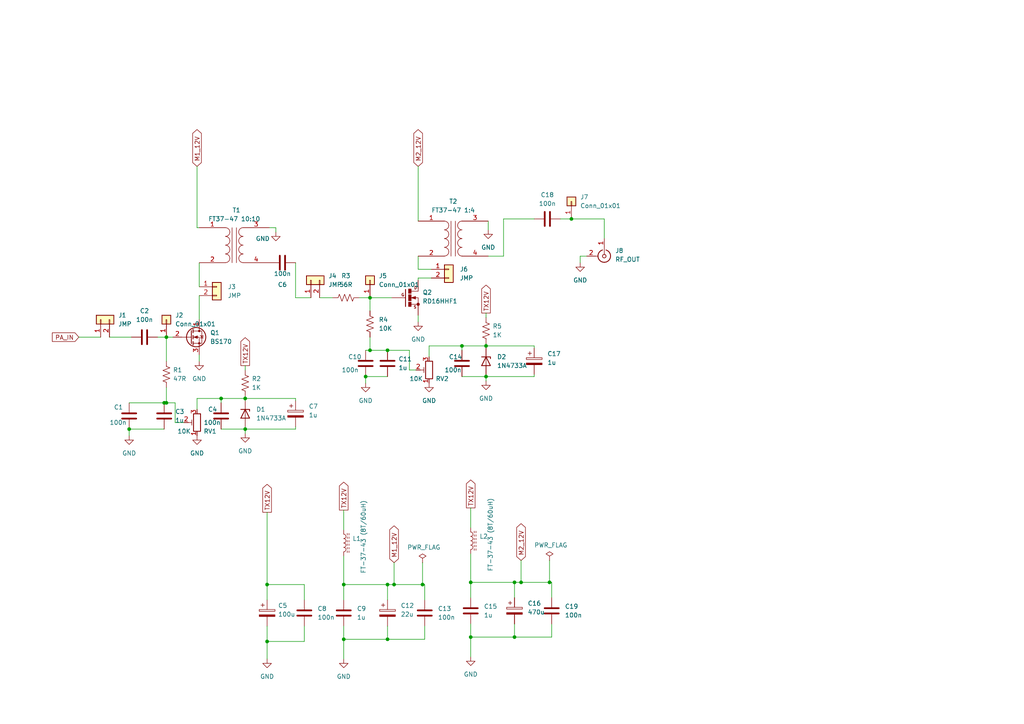
<source format=kicad_sch>
(kicad_sch (version 20211123) (generator eeschema)
  (paper "A4")
  (lib_symbols
    (symbol "Connector:Conn_Coaxial" (pin_names (offset 1.016) hide)
      (property "Reference" "J" (at 0.254 3.048 0))
      (property "Value" "Conn_Coaxial" (at 2.921 0 90))
      (symbol "Conn_Coaxial_0_1"
        (arc (start -1.778 -0.508) (mid 0.2311 -1.8066) (end 1.778 0) (stroke (width 0.254)))
        (polyline (pts (xy -2.54 0) (xy -0.508 0)))
        (polyline (pts (xy 0 -2.54) (xy 0 -1.778)))
        (circle (center 0 0) (radius 0.508) (stroke (width 0.2032)))
        (arc (start 1.778 0) (mid 0.2099 1.8101) (end -1.778 0.508) (stroke (width 0.254)))
      )
      (symbol "Conn_Coaxial_1_1"
        (pin passive line (at -5.08 0 0) (length 2.54) (name "In") (number "1"))
        (pin passive line (at 0 -5.08 90) (length 2.54) (name "Ext") (number "2"))
      )
    )
    (symbol "Connector_Generic:Conn_01x01" (pin_names (offset 1.016) hide)
      (property "Reference" "J" (at 0 2.54 0))
      (property "Value" "Conn_01x01" (at 0 -2.54 0))
      (symbol "Conn_01x01_1_1"
        (rectangle (start -1.27 0.127) (end 0 -0.127) (stroke (width 0.1524)))
        (rectangle (start -1.27 1.27) (end 1.27 -1.27) (stroke (width 0.254)) (fill (type background)))
        (pin passive line (at -5.08 0 0) (length 3.81) (name "Pin_1") (number "1"))
      )
    )
    (symbol "Connector_Generic:Conn_01x02" (pin_names (offset 1.016) hide)
      (property "Reference" "J" (at 0 2.54 0))
      (property "Value" "Conn_01x02" (at 0 -5.08 0))
      (symbol "Conn_01x02_1_1"
        (rectangle (start -1.27 -2.413) (end 0 -2.667) (stroke (width 0.1524)))
        (rectangle (start -1.27 0.127) (end 0 -0.127) (stroke (width 0.1524)))
        (rectangle (start -1.27 1.27) (end 1.27 -3.81) (stroke (width 0.254)) (fill (type background)))
        (pin passive line (at -5.08 0 0) (length 3.81) (name "Pin_1") (number "1"))
        (pin passive line (at -5.08 -2.54 0) (length 3.81) (name "Pin_2") (number "2"))
      )
    )
    (symbol "Custom_RF:Generic Transfomer" (pin_names (offset 1.016) hide)
      (property "Reference" "T" (at 0 6.35 0))
      (property "Value" "Generic Transfomer" (at 0 -7.62 0))
      (symbol "Generic Transfomer_0_1"
        (arc (start -2.54 -5.0546) (mid -1.6599 -4.6901) (end -1.27 -3.81))
        (arc (start -2.54 -2.5146) (mid -1.6599 -2.1501) (end -1.27 -1.27))
        (arc (start -2.54 0.0254) (mid -1.6599 0.3899) (end -1.27 1.27))
        (arc (start -2.54 2.5654) (mid -1.6599 2.9299) (end -1.27 3.81))
        (arc (start -1.27 -3.81) (mid -1.642 -2.912) (end -2.54 -2.54))
        (arc (start -1.27 -1.27) (mid -1.642 -0.372) (end -2.54 0))
        (arc (start -1.27 1.27) (mid -1.642 2.168) (end -2.54 2.54))
        (arc (start -1.27 3.81) (mid -1.642 4.708) (end -2.54 5.08))
        (polyline (pts (xy -0.635 5.08) (xy -0.635 -5.08)))
        (polyline (pts (xy 0.635 -5.08) (xy 0.635 5.08)))
        (arc (start 1.2954 -1.27) (mid 1.6599 -2.1501) (end 2.54 -2.5146))
        (arc (start 1.2954 1.27) (mid 1.6599 0.3899) (end 2.54 0.0254))
        (arc (start 1.2954 3.81) (mid 1.6599 2.9299) (end 2.54 2.5654))
        (arc (start 1.3208 -3.81) (mid 1.6853 -4.6901) (end 2.5654 -5.0546))
        (arc (start 2.54 0) (mid 1.642 -0.372) (end 1.2954 -1.27))
        (arc (start 2.54 2.54) (mid 1.642 2.168) (end 1.2954 1.27))
        (arc (start 2.54 5.08) (mid 1.642 4.708) (end 1.2954 3.81))
        (arc (start 2.5654 -2.54) (mid 1.6674 -2.912) (end 1.3208 -3.81))
      )
      (symbol "Generic Transfomer_1_1"
        (pin passive line (at -10.16 5.08 0) (length 7.62) (name "AA") (number "1"))
        (pin passive line (at -10.16 -5.08 0) (length 7.62) (name "AB") (number "2"))
        (pin passive line (at 10.16 5.08 180) (length 7.62) (name "SB") (number "3"))
        (pin passive line (at 10.16 -5.08 180) (length 7.62) (name "SA") (number "4"))
      )
    )
    (symbol "Custom_RF:RD16HHF1" (pin_numbers hide) (pin_names (offset 1.016) hide)
      (property "Reference" "Q" (at 3.302 0.508 0))
      (property "Value" "RD16HHF1" (at 3.302 -0.508 0))
      (symbol "RD16HHF1_0_0"
        (rectangle (start -0.254 -2.54) (end 0.508 -1.27) (fill (type outline)))
        (rectangle (start -0.254 -0.889) (end 0.508 0.889) (fill (type outline)))
        (rectangle (start -0.254 1.27) (end 0.508 2.54) (fill (type outline)))
        (polyline (pts (xy -1.1176 0) (xy -2.54 0)) (stroke (width 0.1524)))
        (polyline (pts (xy -1.1176 0) (xy -1.1176 -2.54)) (stroke (width 0.254)))
        (polyline (pts (xy -1.1176 2.413) (xy -1.1176 0)) (stroke (width 0.254)))
        (polyline (pts (xy 0.508 -1.905) (xy 2.54 -1.905)) (stroke (width 0.1524)))
        (polyline (pts (xy 0.508 0) (xy 1.143 0)) (stroke (width 0.1524)))
        (polyline (pts (xy 0.508 0) (xy 1.778 0.381)) (stroke (width 0.1524)))
        (polyline (pts (xy 1.143 0) (xy 1.651 -0.127)) (stroke (width 0.3048)))
        (polyline (pts (xy 1.143 0) (xy 2.54 0)) (stroke (width 0.1524)))
        (polyline (pts (xy 1.651 0.127) (xy 1.143 0)) (stroke (width 0.3048)))
        (polyline (pts (xy 1.778 -0.381) (xy 0.508 0)) (stroke (width 0.1524)))
        (polyline (pts (xy 1.778 0.381) (xy 1.778 -0.381)) (stroke (width 0.1524)))
        (polyline (pts (xy 2.54 -1.905) (xy 2.54 -2.54)) (stroke (width 0.1524)))
        (polyline (pts (xy 2.54 0) (xy 2.54 -1.905)) (stroke (width 0.1524)))
        (polyline (pts (xy 2.54 1.905) (xy 0.5334 1.905)) (stroke (width 0.1524)))
        (polyline (pts (xy 2.54 2.54) (xy 2.54 1.905)) (stroke (width 0.1524)))
        (circle (center 2.54 -1.905) (radius 0.254) (stroke (width 0.4064)))
        (text "D" (at 1.27 2.413 0) (effects (font (size 0.8128 0.8128)) (justify left bottom)))
        (text "G" (at -2.413 0.381 0) (effects (font (size 0.8128 0.8128)) (justify left bottom)))
        (text "S" (at 1.143 -3.175 0) (effects (font (size 0.8128 0.8128)) (justify left bottom)))
        (pin passive line (at -5.08 0 0) (length 2.54) (name "~") (number "1"))
        (pin passive line (at 2.54 -5.08 90) (length 2.54) (name "~") (number "2"))
        (pin passive line (at 2.54 5.08 270) (length 2.54) (name "~") (number "3"))
      )
    )
    (symbol "Device:C" (pin_numbers hide) (pin_names (offset 0.254))
      (property "Reference" "C" (at 0.635 2.54 0))
      (property "Value" "C" (at 0.635 -2.54 0))
      (symbol "C_0_1"
        (polyline (pts (xy -2.032 -0.762) (xy 2.032 -0.762)) (stroke (width 0.508)))
        (polyline (pts (xy -2.032 0.762) (xy 2.032 0.762)) (stroke (width 0.508)))
      )
      (symbol "C_1_1"
        (pin passive line (at 0 3.81 270) (length 2.794) (name "~") (number "1"))
        (pin passive line (at 0 -3.81 90) (length 2.794) (name "~") (number "2"))
      )
    )
    (symbol "Device:C_Polarized" (pin_numbers hide) (pin_names (offset 0.254))
      (property "Reference" "C" (at 0.635 2.54 0))
      (property "Value" "C_Polarized" (at 0.635 -2.54 0))
      (symbol "C_Polarized_0_1"
        (rectangle (start -2.286 0.508) (end 2.286 1.016))
        (polyline (pts (xy -1.778 2.286) (xy -0.762 2.286)))
        (polyline (pts (xy -1.27 2.794) (xy -1.27 1.778)))
        (rectangle (start 2.286 -0.508) (end -2.286 -1.016) (fill (type outline)))
      )
      (symbol "C_Polarized_1_1"
        (pin passive line (at 0 3.81 270) (length 2.794) (name "~") (number "1"))
        (pin passive line (at 0 -3.81 90) (length 2.794) (name "~") (number "2"))
      )
    )
    (symbol "Device:L_Ferrite" (pin_numbers hide) (pin_names (offset 1.016) hide)
      (property "Reference" "L" (at -1.27 0 90))
      (property "Value" "L_Ferrite" (at 2.794 0 90))
      (symbol "L_Ferrite_0_1"
        (arc (start 0 -2.54) (mid 0.635 -1.905) (end 0 -1.27))
        (arc (start 0 -1.27) (mid 0.635 -0.635) (end 0 0))
        (polyline (pts (xy 1.016 -2.794) (xy 1.016 -2.286)))
        (polyline (pts (xy 1.016 -1.778) (xy 1.016 -1.27)))
        (polyline (pts (xy 1.016 -0.762) (xy 1.016 -0.254)))
        (polyline (pts (xy 1.016 0.254) (xy 1.016 0.762)))
        (polyline (pts (xy 1.016 1.27) (xy 1.016 1.778)))
        (polyline (pts (xy 1.016 2.286) (xy 1.016 2.794)))
        (polyline (pts (xy 1.524 -2.286) (xy 1.524 -2.794)))
        (polyline (pts (xy 1.524 -1.27) (xy 1.524 -1.778)))
        (polyline (pts (xy 1.524 -0.254) (xy 1.524 -0.762)))
        (polyline (pts (xy 1.524 0.762) (xy 1.524 0.254)))
        (polyline (pts (xy 1.524 1.778) (xy 1.524 1.27)))
        (polyline (pts (xy 1.524 2.794) (xy 1.524 2.286)))
        (arc (start 0 0) (mid 0.635 0.635) (end 0 1.27))
        (arc (start 0 1.27) (mid 0.635 1.905) (end 0 2.54))
      )
      (symbol "L_Ferrite_1_1"
        (pin passive line (at 0 3.81 270) (length 1.27) (name "1") (number "1"))
        (pin passive line (at 0 -3.81 90) (length 1.27) (name "2") (number "2"))
      )
    )
    (symbol "Device:R_Potentiometer_Trim" (pin_names (offset 1.016) hide)
      (property "Reference" "RV" (at -4.445 0 90))
      (property "Value" "R_Potentiometer_Trim" (at -2.54 0 90))
      (symbol "R_Potentiometer_Trim_0_1"
        (polyline (pts (xy 1.524 0.762) (xy 1.524 -0.762)))
        (polyline (pts (xy 2.54 0) (xy 1.524 0)))
        (rectangle (start 1.016 2.54) (end -1.016 -2.54) (stroke (width 0.254)))
      )
      (symbol "R_Potentiometer_Trim_1_1"
        (pin passive line (at 0 3.81 270) (length 1.27) (name "1") (number "1"))
        (pin passive line (at 3.81 0 180) (length 1.27) (name "2") (number "2"))
        (pin passive line (at 0 -3.81 90) (length 1.27) (name "3") (number "3"))
      )
    )
    (symbol "Device:R_US" (pin_numbers hide) (pin_names (offset 0))
      (property "Reference" "R" (at 2.54 0 90))
      (property "Value" "R_US" (at -2.54 0 90))
      (symbol "R_US_0_1"
        (polyline (pts (xy 0 -2.286) (xy 0 -2.54)))
        (polyline (pts (xy 0 2.286) (xy 0 2.54)))
        (polyline (pts (xy 0 -0.762) (xy 1.016 -1.143) (xy 0 -1.524) (xy -1.016 -1.905) (xy 0 -2.286)))
        (polyline (pts (xy 0 0.762) (xy 1.016 0.381) (xy 0 0) (xy -1.016 -0.381) (xy 0 -0.762)))
        (polyline (pts (xy 0 2.286) (xy 1.016 1.905) (xy 0 1.524) (xy -1.016 1.143) (xy 0 0.762)))
      )
      (symbol "R_US_1_1"
        (pin passive line (at 0 3.81 270) (length 1.27) (name "~") (number "1"))
        (pin passive line (at 0 -3.81 90) (length 1.27) (name "~") (number "2"))
      )
    )
    (symbol "Diode:1N47xxA" (pin_numbers hide) (pin_names hide)
      (property "Reference" "D" (at 0 2.54 0))
      (property "Value" "1N47xxA" (at 0 -2.54 0))
      (symbol "1N47xxA_0_1"
        (polyline (pts (xy 1.27 0) (xy -1.27 0)))
        (polyline (pts (xy -1.27 -1.27) (xy -1.27 1.27) (xy -0.762 1.27)) (stroke (width 0.254)))
        (polyline (pts (xy 1.27 -1.27) (xy 1.27 1.27) (xy -1.27 0) (xy 1.27 -1.27)) (stroke (width 0.254)))
      )
      (symbol "1N47xxA_1_1"
        (pin passive line (at -3.81 0 0) (length 2.54) (name "K") (number "1"))
        (pin passive line (at 3.81 0 180) (length 2.54) (name "A") (number "2"))
      )
    )
    (symbol "Transistor_FET:BS170" (pin_names hide)
      (property "Reference" "Q" (at 5.08 1.905 0))
      (property "Value" "BS170" (at 5.08 0 0))
      (symbol "BS170_0_1"
        (polyline (pts (xy 0.254 0) (xy -2.54 0)))
        (polyline (pts (xy 0.254 1.905) (xy 0.254 -1.905)) (stroke (width 0.254)))
        (polyline (pts (xy 0.762 -1.27) (xy 0.762 -2.286)) (stroke (width 0.254)))
        (polyline (pts (xy 0.762 0.508) (xy 0.762 -0.508)) (stroke (width 0.254)))
        (polyline (pts (xy 0.762 2.286) (xy 0.762 1.27)) (stroke (width 0.254)))
        (polyline (pts (xy 2.54 2.54) (xy 2.54 1.778)))
        (polyline (pts (xy 2.54 -2.54) (xy 2.54 0) (xy 0.762 0)))
        (polyline (pts (xy 0.762 -1.778) (xy 3.302 -1.778) (xy 3.302 1.778) (xy 0.762 1.778)))
        (polyline (pts (xy 1.016 0) (xy 2.032 0.381) (xy 2.032 -0.381) (xy 1.016 0)) (fill (type outline)))
        (polyline (pts (xy 2.794 0.508) (xy 2.921 0.381) (xy 3.683 0.381) (xy 3.81 0.254)))
        (polyline (pts (xy 3.302 0.381) (xy 2.921 -0.254) (xy 3.683 -0.254) (xy 3.302 0.381)))
        (circle (center 1.651 0) (radius 2.794) (stroke (width 0.254)))
        (circle (center 2.54 -1.778) (radius 0.254) (fill (type outline)))
        (circle (center 2.54 1.778) (radius 0.254) (fill (type outline)))
      )
      (symbol "BS170_1_1"
        (pin passive line (at 2.54 5.08 270) (length 2.54) (name "D") (number "1"))
        (pin input line (at -5.08 0 0) (length 2.54) (name "G") (number "2"))
        (pin passive line (at 2.54 -5.08 90) (length 2.54) (name "S") (number "3"))
      )
    )
    (symbol "power:GND" (power) (pin_names (offset 0))
      (property "Value" "GND" (at 0 -3.81 0))
      (symbol "GND_0_1"
        (polyline (pts (xy 0 0) (xy 0 -1.27) (xy 1.27 -1.27) (xy 0 -2.54) (xy -1.27 -1.27) (xy 0 -1.27)))
      )
      (symbol "GND_1_1"
        (pin power_in line (at 0 0 270) (length 0) hide (name "GND") (number "1"))
      )
    )
    (symbol "power:PWR_FLAG" (power) (pin_numbers hide) (pin_names (offset 0) hide)
      (property "Value" "PWR_FLAG" (at 0 3.81 0))
      (symbol "PWR_FLAG_0_0"
        (pin power_out line (at 0 0 90) (length 0) (name "pwr") (number "1"))
      )
      (symbol "PWR_FLAG_0_1"
        (polyline (pts (xy 0 0) (xy 0 1.27) (xy -1.016 1.905) (xy 0 2.54) (xy 1.016 1.905) (xy 0 1.27)))
      )
    )
  )
  (junction (at 112.395 101.6))
  (junction (at 136.525 168.91))
  (junction (at 149.225 184.785))
  (junction (at 77.47 186.055))
  (junction (at 107.315 101.6))
  (junction (at 48.26 97.79))
  (junction (at 159.385 168.91))
  (junction (at 165.735 63.5))
  (junction (at 64.135 115.57))
  (junction (at 99.695 185.42))
  (junction (at 107.315 86.36))
  (junction (at 77.47 169.545))
  (junction (at 140.97 100.33))
  (junction (at 133.985 100.33))
  (junction (at 151.13 168.91))
  (junction (at 122.555 169.545))
  (junction (at 99.695 169.545))
  (junction (at 106.045 109.22))
  (junction (at 48.26 116.84))
  (junction (at 114.3 169.545))
  (junction (at 112.395 169.545))
  (junction (at 47.625 116.84))
  (junction (at 140.97 109.22))
  (junction (at 37.465 124.46))
  (junction (at 112.395 185.42))
  (junction (at 136.525 184.785))
  (junction (at 149.225 168.91))
  (junction (at 71.12 115.57))
  (junction (at 71.12 124.46))
  (wire (pts (xy 31.75 97.79) (xy 38.1 97.79)))
  (wire (pts (xy 71.12 124.46) (xy 85.725 124.46)))
  (wire (pts (xy 99.695 169.545) (xy 99.695 173.99)))
  (wire (pts (xy 175.26 63.5) (xy 175.26 69.215)))
  (wire (pts (xy 106.045 111.125) (xy 106.045 109.22)))
  (wire (pts (xy 170.18 74.295) (xy 168.275 74.295)))
  (wire (pts (xy 123.19 185.42) (xy 123.19 181.61)))
  (wire (pts (xy 77.47 169.545) (xy 77.47 173.99)))
  (wire (pts (xy 146.05 63.5) (xy 146.05 74.295)))
  (wire (pts (xy 121.285 48.26) (xy 121.285 64.135)))
  (wire (pts (xy 154.94 109.22) (xy 154.94 108.585)))
  (wire (pts (xy 118.745 101.6) (xy 112.395 101.6)))
  (wire (pts (xy 88.265 169.545) (xy 88.265 173.99)))
  (wire (pts (xy 71.12 124.46) (xy 64.135 124.46)))
  (wire (pts (xy 85.725 115.57) (xy 85.725 116.205)))
  (wire (pts (xy 122.555 169.545) (xy 123.19 169.545)))
  (wire (pts (xy 118.745 107.315) (xy 118.745 101.6)))
  (wire (pts (xy 121.285 91.44) (xy 121.285 93.345)))
  (wire (pts (xy 136.525 168.91) (xy 136.525 173.355)))
  (wire (pts (xy 133.985 100.33) (xy 140.97 100.33)))
  (wire (pts (xy 125.095 80.645) (xy 121.285 80.645)))
  (wire (pts (xy 123.19 169.545) (xy 123.19 173.99)))
  (wire (pts (xy 37.465 124.46) (xy 47.625 124.46)))
  (wire (pts (xy 99.695 147.955) (xy 99.695 153.67)))
  (wire (pts (xy 113.665 86.36) (xy 107.315 86.36)))
  (wire (pts (xy 165.735 63.5) (xy 175.26 63.5)))
  (wire (pts (xy 57.15 115.57) (xy 64.135 115.57)))
  (wire (pts (xy 121.285 78.105) (xy 121.285 74.295)))
  (wire (pts (xy 48.26 112.395) (xy 48.26 116.84)))
  (wire (pts (xy 85.725 76.2) (xy 85.725 86.36)))
  (wire (pts (xy 99.695 169.545) (xy 112.395 169.545)))
  (wire (pts (xy 136.525 184.785) (xy 136.525 190.5)))
  (wire (pts (xy 85.725 124.46) (xy 85.725 123.825)))
  (wire (pts (xy 80.01 66.04) (xy 80.01 67.31)))
  (wire (pts (xy 141.605 66.675) (xy 141.605 64.135)))
  (wire (pts (xy 77.47 186.055) (xy 88.265 186.055)))
  (wire (pts (xy 48.26 116.84) (xy 47.625 116.84)))
  (wire (pts (xy 22.86 97.79) (xy 29.21 97.79)))
  (wire (pts (xy 107.315 86.36) (xy 104.14 86.36)))
  (wire (pts (xy 71.12 123.825) (xy 71.12 124.46)))
  (wire (pts (xy 77.47 181.61) (xy 77.47 186.055)))
  (wire (pts (xy 57.785 102.87) (xy 57.785 104.775)))
  (wire (pts (xy 71.12 106.045) (xy 71.12 107.315)))
  (wire (pts (xy 140.97 100.33) (xy 140.97 99.695)))
  (wire (pts (xy 125.095 78.105) (xy 121.285 78.105)))
  (wire (pts (xy 151.13 162.56) (xy 151.13 168.91)))
  (wire (pts (xy 57.785 76.2) (xy 57.785 83.185)))
  (wire (pts (xy 77.47 186.055) (xy 77.47 191.135)))
  (wire (pts (xy 162.56 63.5) (xy 165.735 63.5)))
  (wire (pts (xy 106.045 101.6) (xy 107.315 101.6)))
  (wire (pts (xy 124.46 100.33) (xy 124.46 103.505)))
  (wire (pts (xy 149.225 168.91) (xy 151.13 168.91)))
  (wire (pts (xy 77.47 148.59) (xy 77.47 169.545)))
  (wire (pts (xy 140.97 108.585) (xy 140.97 109.22)))
  (wire (pts (xy 136.525 147.32) (xy 136.525 153.035)))
  (wire (pts (xy 48.26 97.79) (xy 48.26 104.775)))
  (wire (pts (xy 48.26 97.79) (xy 50.165 97.79)))
  (wire (pts (xy 77.47 169.545) (xy 88.265 169.545)))
  (wire (pts (xy 107.315 90.17) (xy 107.315 86.36)))
  (wire (pts (xy 112.395 169.545) (xy 112.395 173.99)))
  (wire (pts (xy 107.315 101.6) (xy 112.395 101.6)))
  (wire (pts (xy 149.225 184.785) (xy 160.02 184.785)))
  (wire (pts (xy 45.72 97.79) (xy 48.26 97.79)))
  (wire (pts (xy 124.46 100.33) (xy 133.985 100.33)))
  (wire (pts (xy 64.135 115.57) (xy 71.12 115.57)))
  (wire (pts (xy 92.71 86.36) (xy 96.52 86.36)))
  (wire (pts (xy 50.8 122.555) (xy 50.8 116.84)))
  (wire (pts (xy 37.465 126.365) (xy 37.465 124.46)))
  (wire (pts (xy 71.12 115.57) (xy 71.12 114.935)))
  (wire (pts (xy 112.395 169.545) (xy 114.3 169.545)))
  (wire (pts (xy 71.12 116.205) (xy 71.12 115.57)))
  (wire (pts (xy 99.695 185.42) (xy 99.695 191.135)))
  (wire (pts (xy 136.525 180.975) (xy 136.525 184.785)))
  (wire (pts (xy 159.385 168.91) (xy 160.02 168.91)))
  (wire (pts (xy 136.525 184.785) (xy 149.225 184.785)))
  (wire (pts (xy 71.12 115.57) (xy 85.725 115.57)))
  (wire (pts (xy 140.97 110.49) (xy 140.97 109.22)))
  (wire (pts (xy 122.555 163.195) (xy 122.555 169.545)))
  (wire (pts (xy 136.525 160.655) (xy 136.525 168.91)))
  (wire (pts (xy 140.97 109.22) (xy 133.985 109.22)))
  (wire (pts (xy 140.97 100.33) (xy 154.94 100.33)))
  (wire (pts (xy 106.045 109.22) (xy 112.395 109.22)))
  (wire (pts (xy 140.97 109.22) (xy 154.94 109.22)))
  (wire (pts (xy 37.465 116.84) (xy 47.625 116.84)))
  (wire (pts (xy 133.985 100.33) (xy 133.985 101.6)))
  (wire (pts (xy 121.285 80.645) (xy 121.285 81.28)))
  (wire (pts (xy 57.785 85.725) (xy 57.785 92.71)))
  (wire (pts (xy 141.605 74.295) (xy 146.05 74.295)))
  (wire (pts (xy 57.15 115.57) (xy 57.15 118.745)))
  (wire (pts (xy 136.525 168.91) (xy 149.225 168.91)))
  (wire (pts (xy 160.02 184.785) (xy 160.02 180.975)))
  (wire (pts (xy 160.02 168.91) (xy 160.02 173.355)))
  (wire (pts (xy 50.8 116.84) (xy 48.26 116.84)))
  (wire (pts (xy 168.275 74.295) (xy 168.275 76.2)))
  (wire (pts (xy 107.315 97.79) (xy 107.315 101.6)))
  (wire (pts (xy 114.3 163.195) (xy 114.3 169.545)))
  (wire (pts (xy 149.225 168.91) (xy 149.225 173.355)))
  (wire (pts (xy 112.395 181.61) (xy 112.395 185.42)))
  (wire (pts (xy 88.265 186.055) (xy 88.265 181.61)))
  (wire (pts (xy 159.385 162.56) (xy 159.385 168.91)))
  (wire (pts (xy 53.34 122.555) (xy 50.8 122.555)))
  (wire (pts (xy 64.135 115.57) (xy 64.135 116.84)))
  (wire (pts (xy 120.65 107.315) (xy 118.745 107.315)))
  (wire (pts (xy 78.105 66.04) (xy 80.01 66.04)))
  (wire (pts (xy 71.12 125.73) (xy 71.12 124.46)))
  (wire (pts (xy 154.94 63.5) (xy 146.05 63.5)))
  (wire (pts (xy 99.695 181.61) (xy 99.695 185.42)))
  (wire (pts (xy 57.15 66.04) (xy 57.785 66.04)))
  (wire (pts (xy 154.94 100.33) (xy 154.94 100.965)))
  (wire (pts (xy 149.225 180.975) (xy 149.225 184.785)))
  (wire (pts (xy 151.13 168.91) (xy 159.385 168.91)))
  (wire (pts (xy 57.15 48.26) (xy 57.15 66.04)))
  (wire (pts (xy 99.695 185.42) (xy 112.395 185.42)))
  (wire (pts (xy 114.3 169.545) (xy 122.555 169.545)))
  (wire (pts (xy 85.725 86.36) (xy 90.17 86.36)))
  (wire (pts (xy 112.395 185.42) (xy 123.19 185.42)))
  (wire (pts (xy 99.695 161.29) (xy 99.695 169.545)))
  (wire (pts (xy 140.97 100.965) (xy 140.97 100.33)))
  (wire (pts (xy 140.97 90.805) (xy 140.97 92.075)))
  (global_label "TX12V" (shape output) (at 140.97 90.805 90) (property "Intersheet References" "${INTERSHEET_REFS}" (effects hide)))
  (global_label "TX12V" (shape output) (at 77.47 148.59 90) (property "Intersheet References" "${INTERSHEET_REFS}" (effects hide)))
  (global_label "M2_12V" (shape bidirectional) (at 121.285 48.26 90) (property "Intersheet References" "${INTERSHEET_REFS}" (effects hide)))
  (global_label "TX12V" (shape output) (at 71.12 106.045 90) (property "Intersheet References" "${INTERSHEET_REFS}" (effects hide)))
  (global_label "PA_IN" (shape input) (at 22.86 97.79 180) (property "Intersheet References" "${INTERSHEET_REFS}" (effects hide)))
  (global_label "TX12V" (shape output) (at 136.525 147.32 90) (property "Intersheet References" "${INTERSHEET_REFS}" (effects hide)))
  (global_label "TX12V" (shape output) (at 99.695 147.955 90) (property "Intersheet References" "${INTERSHEET_REFS}" (effects hide)))
  (global_label "M1_12V" (shape bidirectional) (at 57.15 48.26 90) (property "Intersheet References" "${INTERSHEET_REFS}" (effects hide)))
  (global_label "M2_12V" (shape bidirectional) (at 151.13 162.56 90) (property "Intersheet References" "${INTERSHEET_REFS}" (effects hide)))
  (global_label "M1_12V" (shape bidirectional) (at 114.3 163.195 90) (property "Intersheet References" "${INTERSHEET_REFS}" (effects hide)))
  (symbol (lib_id "Device:C") (at 136.525 177.165 0) (unit 1)
    (property "Reference" "C15" (at 140.335 175.8949 0) (effects (justify left)))
    (property "Value" "1u" (at 140.335 178.4349 0) (effects (justify left)))
    (property "Footprint" "Capacitor_SMD:C_1206_3216Metric" (effects hide))
  )
  (symbol (lib_id "Device:R_US") (at 107.315 93.98 180) (unit 1)
    (property "Reference" "R4" (at 109.855 92.7099 0) (effects (justify right)))
    (property "Value" "10K" (at 109.855 95.2499 0) (effects (justify right)))
    (property "Footprint" "Resistor_SMD:R_1206_3216Metric" (effects hide))
  )
  (symbol (lib_id "power:GND") (at 121.285 93.345 0) (unit 1)
    (property "Reference" "#PWR09" (effects hide))
    (property "Value" "GND" (at 121.285 98.425 0))
  )
  (symbol (lib_id "Device:C") (at 37.465 120.65 0) (unit 1)
    (property "Reference" "C1" (at 33.02 118.11 0) (effects (justify left)))
    (property "Value" "100n" (at 31.75 122.555 0) (effects (justify left)))
    (property "Footprint" "Capacitor_SMD:C_1206_3216Metric" (effects hide))
  )
  (symbol (lib_id "Device:C") (at 88.265 177.8 0) (unit 1)
    (property "Reference" "C8" (at 92.075 176.5299 0) (effects (justify left)))
    (property "Value" "100n" (at 92.075 179.0699 0) (effects (justify left)))
    (property "Footprint" "Capacitor_SMD:C_1206_3216Metric" (effects hide))
  )
  (symbol (lib_id "Connector_Generic:Conn_01x02") (at 130.175 78.105 0) (unit 1)
    (property "Reference" "J6" (at 133.35 78.1049 0) (effects (justify left)))
    (property "Value" "JMP" (at 133.35 80.6449 0) (effects (justify left)))
    (property "Footprint" "Connector_PinHeader_2.54mm:PinHeader_1x02_P2.54mm_Vertical" (effects hide))
  )
  (symbol (lib_id "power:GND") (at 140.97 110.49 0) (unit 1)
    (property "Reference" "#PWR012" (effects hide))
    (property "Value" "GND" (at 140.97 115.57 0))
  )
  (symbol (lib_id "Connector_Generic:Conn_01x02") (at 62.865 83.185 0) (unit 1)
    (property "Reference" "J3" (at 66.04 83.1849 0) (effects (justify left)))
    (property "Value" "JMP" (at 66.04 85.7249 0) (effects (justify left)))
    (property "Footprint" "Connector_PinHeader_2.54mm:PinHeader_1x02_P2.54mm_Vertical" (effects hide))
  )
  (symbol (lib_id "Device:R_US") (at 140.97 95.885 0) (unit 1)
    (property "Reference" "R5" (at 142.875 94.6149 0) (effects (justify left)))
    (property "Value" "1K" (at 142.875 97.1549 0) (effects (justify left)))
    (property "Footprint" "Resistor_SMD:R_1206_3216Metric" (effects hide))
  )
  (symbol (lib_id "Device:L_Ferrite") (at 136.525 156.845 0) (unit 1)
    (property "Reference" "L2" (at 139.065 155.5749 0) (effects (justify left)))
    (property "Value" "FT-37-43 (8T/60uH)" (at 142.24 165.735 90) (effects (justify left)))
    (property "Footprint" "Inductor_THT:L_Toroid_Horizontal_D9.5mm_P15.00mm_Diameter10-5mm_Amidon-T37" (effects hide))
  )
  (symbol (lib_id "Device:C") (at 123.19 177.8 0) (unit 1)
    (property "Reference" "C13" (at 127 176.5299 0) (effects (justify left)))
    (property "Value" "100n" (at 127 179.0699 0) (effects (justify left)))
    (property "Footprint" "Capacitor_SMD:C_1206_3216Metric" (effects hide))
  )
  (symbol (lib_id "Device:R_US") (at 100.33 86.36 270) (unit 1)
    (property "Reference" "R3" (at 100.33 80.01 90))
    (property "Value" "56R" (at 100.33 82.55 90))
    (property "Footprint" "Resistor_SMD:R_1206_3216Metric" (effects hide))
  )
  (symbol (lib_id "Diode:1N47xxA") (at 140.97 104.775 270) (unit 1)
    (property "Reference" "D2" (at 144.145 103.5049 90) (effects (justify left)))
    (property "Value" "1N4733A" (at 144.145 106.0449 90) (effects (justify left)))
    (property "Footprint" "Diode_THT:D_DO-41_SOD81_P10.16mm_Horizontal" (effects hide))
    (property "Datasheet" "https://www.vishay.com/docs/85816/1n4728a.pdf" (effects hide))
  )
  (symbol (lib_id "power:PWR_FLAG") (at 122.555 163.195 0) (unit 1)
    (property "Reference" "#FLG01" (effects hide))
    (property "Value" "PWR_FLAG" (at 118.11 158.75 0) (effects (justify left)))
  )
  (symbol (lib_id "Device:C") (at 64.135 120.65 0) (unit 1)
    (property "Reference" "C4" (at 60.325 118.745 0) (effects (justify left)))
    (property "Value" "100n" (at 59.055 122.555 0) (effects (justify left)))
    (property "Footprint" "Capacitor_SMD:C_1206_3216Metric" (effects hide))
  )
  (symbol (lib_id "Diode:1N47xxA") (at 71.12 120.015 270) (unit 1)
    (property "Reference" "D1" (at 74.295 118.7449 90) (effects (justify left)))
    (property "Value" "1N4733A" (at 74.295 121.2849 90) (effects (justify left)))
    (property "Footprint" "Diode_THT:D_DO-41_SOD81_P10.16mm_Horizontal" (effects hide))
    (property "Datasheet" "https://www.vishay.com/docs/85816/1n4728a.pdf" (effects hide))
  )
  (symbol (lib_id "Device:C") (at 112.395 105.41 0) (unit 1)
    (property "Reference" "C11" (at 115.57 104.1399 0) (effects (justify left)))
    (property "Value" "1u" (at 115.57 106.6799 0) (effects (justify left)))
    (property "Footprint" "Capacitor_SMD:C_1206_3216Metric" (effects hide))
  )
  (symbol (lib_id "power:GND") (at 136.525 190.5 0) (unit 1)
    (property "Reference" "#PWR011" (effects hide))
    (property "Value" "GND" (at 136.525 195.58 0))
  )
  (symbol (lib_id "power:GND") (at 57.785 104.775 0) (unit 1)
    (property "Reference" "#PWR03" (effects hide))
    (property "Value" "GND" (at 57.785 109.855 0))
  )
  (symbol (lib_id "power:GND") (at 124.46 111.125 0) (unit 1)
    (property "Reference" "#PWR010" (effects hide))
    (property "Value" "GND" (at 124.46 116.205 0))
  )
  (symbol (lib_id "power:GND") (at 168.275 76.2 0) (unit 1)
    (property "Reference" "#PWR014" (effects hide))
    (property "Value" "GND" (at 168.275 81.28 0))
  )
  (symbol (lib_id "power:GND") (at 71.12 125.73 0) (unit 1)
    (property "Reference" "#PWR04" (effects hide))
    (property "Value" "GND" (at 71.12 130.81 0))
  )
  (symbol (lib_id "Connector_Generic:Conn_01x02") (at 90.17 81.28 90) (unit 1)
    (property "Reference" "J4" (at 95.25 80.0099 90) (effects (justify right)))
    (property "Value" "JMP" (at 95.25 82.5499 90) (effects (justify right)))
    (property "Footprint" "Connector_PinHeader_2.54mm:PinHeader_1x02_P2.54mm_Vertical" (effects hide))
  )
  (symbol (lib_id "Device:C") (at 106.045 105.41 0) (unit 1)
    (property "Reference" "C10" (at 100.965 103.505 0) (effects (justify left)))
    (property "Value" "100n" (at 99.06 107.315 0) (effects (justify left)))
    (property "Footprint" "Capacitor_SMD:C_1206_3216Metric" (effects hide))
  )
  (symbol (lib_id "power:PWR_FLAG") (at 159.385 162.56 0) (unit 1)
    (property "Reference" "#FLG02" (effects hide))
    (property "Value" "PWR_FLAG" (at 154.94 158.115 0) (effects (justify left)))
  )
  (symbol (lib_id "Device:C_Polarized") (at 149.225 177.165 0) (unit 1)
    (property "Reference" "C16" (at 153.035 175.0059 0) (effects (justify left)))
    (property "Value" "470u" (at 153.035 177.5459 0) (effects (justify left)))
    (property "Footprint" "Capacitor_THT:CP_Radial_D8.0mm_P2.50mm" (effects hide))
  )
  (symbol (lib_id "power:GND") (at 37.465 126.365 0) (unit 1)
    (property "Reference" "#PWR01" (effects hide))
    (property "Value" "GND" (at 37.465 131.445 0))
  )
  (symbol (lib_id "Device:C_Polarized") (at 112.395 177.8 0) (unit 1)
    (property "Reference" "C12" (at 116.205 175.6409 0) (effects (justify left)))
    (property "Value" "22u" (at 116.205 178.1809 0) (effects (justify left)))
    (property "Footprint" "Capacitor_THT:CP_Radial_D8.0mm_P2.50mm" (effects hide))
  )
  (symbol (lib_id "Device:C") (at 158.75 63.5 90) (unit 1)
    (property "Reference" "C18" (at 158.75 56.515 90))
    (property "Value" "100n" (at 158.75 59.055 90))
    (property "Footprint" "Capacitor_SMD:C_1206_3216Metric" (effects hide))
  )
  (symbol (lib_id "power:GND") (at 57.15 126.365 0) (unit 1)
    (property "Reference" "#PWR02" (effects hide))
    (property "Value" "GND" (at 57.15 131.445 0))
  )
  (symbol (lib_id "Device:C_Polarized") (at 77.47 177.8 0) (unit 1)
    (property "Reference" "C5" (at 80.645 175.6409 0) (effects (justify left)))
    (property "Value" "100u" (at 80.645 178.1809 0) (effects (justify left)))
    (property "Footprint" "Capacitor_THT:CP_Radial_D8.0mm_P2.50mm" (effects hide))
  )
  (symbol (lib_id "Device:C") (at 99.695 177.8 0) (unit 1)
    (property "Reference" "C9" (at 103.505 176.5299 0) (effects (justify left)))
    (property "Value" "1u" (at 103.505 179.0699 0) (effects (justify left)))
    (property "Footprint" "Capacitor_SMD:C_1206_3216Metric" (effects hide))
  )
  (symbol (lib_id "Device:C") (at 47.625 120.65 0) (unit 1)
    (property "Reference" "C3" (at 50.8 119.3799 0) (effects (justify left)))
    (property "Value" "1u" (at 50.8 121.9199 0) (effects (justify left)))
    (property "Footprint" "Capacitor_SMD:C_1206_3216Metric" (effects hide))
  )
  (symbol (lib_id "Connector_Generic:Conn_01x01") (at 48.26 92.71 90) (unit 1)
    (property "Reference" "J2" (at 50.8 91.4399 90) (effects (justify right)))
    (property "Value" "Conn_01x01" (at 50.8 93.9799 90) (effects (justify right)))
    (property "Footprint" "Connector_PinHeader_1.00mm:PinHeader_1x01_P1.00mm_Vertical" (effects hide))
  )
  (symbol (lib_id "Device:C") (at 81.915 76.2 90) (unit 1)
    (property "Reference" "C6" (at 81.915 82.55 90))
    (property "Value" "100n" (at 81.915 79.375 90))
    (property "Footprint" "Capacitor_SMD:C_1206_3216Metric" (effects hide))
  )
  (symbol (lib_id "Device:C") (at 160.02 177.165 0) (unit 1)
    (property "Reference" "C19" (at 163.83 175.8949 0) (effects (justify left)))
    (property "Value" "100n" (at 163.83 178.4349 0) (effects (justify left)))
    (property "Footprint" "Capacitor_SMD:C_1206_3216Metric" (effects hide))
  )
  (symbol (lib_id "Device:R_Potentiometer_Trim") (at 57.15 122.555 180) (unit 1)
    (property "Reference" "RV1" (at 59.055 125.095 0) (effects (justify right)))
    (property "Value" "10K" (at 51.435 125.095 0) (effects (justify right)))
    (property "Footprint" "Potentiometer_THT:Potentiometer_Bourns_3296W_Vertical" (effects hide))
  )
  (symbol (lib_id "Device:R_Potentiometer_Trim") (at 124.46 107.315 180) (unit 1)
    (property "Reference" "RV2" (at 126.365 109.855 0) (effects (justify right)))
    (property "Value" "10K" (at 118.745 109.855 0) (effects (justify right)))
    (property "Footprint" "Potentiometer_THT:Potentiometer_Bourns_3296W_Vertical" (effects hide))
  )
  (symbol (lib_id "Device:C_Polarized") (at 154.94 104.775 0) (unit 1)
    (property "Reference" "C17" (at 158.75 102.6159 0) (effects (justify left)))
    (property "Value" "1u" (at 158.75 105.1559 0) (effects (justify left)))
    (property "Footprint" "Capacitor_THT:CP_Radial_D8.0mm_P2.50mm" (effects hide))
  )
  (symbol (lib_id "power:GND") (at 77.47 191.135 0) (unit 1)
    (property "Reference" "#PWR05" (effects hide))
    (property "Value" "GND" (at 77.47 196.215 0))
  )
  (symbol (lib_id "Device:C") (at 41.91 97.79 90) (unit 1)
    (property "Reference" "C2" (at 41.91 90.17 90))
    (property "Value" "100n" (at 41.91 92.71 90))
    (property "Footprint" "Capacitor_SMD:C_1206_3216Metric" (effects hide))
  )
  (symbol (lib_id "Connector_Generic:Conn_01x01") (at 165.735 58.42 90) (unit 1)
    (property "Reference" "J7" (at 168.275 57.1499 90) (effects (justify right)))
    (property "Value" "Conn_01x01" (at 168.275 59.6899 90) (effects (justify right)))
    (property "Footprint" "Connector_PinHeader_1.00mm:PinHeader_1x01_P1.00mm_Vertical" (effects hide))
  )
  (symbol (lib_id "Custom_RF:RD16HHF1") (at 118.745 86.36 0) (unit 1)
    (property "Reference" "Q2" (at 122.555 84.8166 0) (effects (justify left)))
    (property "Value" "RD16HHF1" (at 122.555 87.3566 0) (effects (justify left)))
    (property "Footprint" "Custom_RF:TO-220-3" (effects hide))
  )
  (symbol (lib_id "power:GND") (at 141.605 66.675 0) (unit 1)
    (property "Reference" "#PWR013" (effects hide))
    (property "Value" "GND" (at 141.605 71.755 0))
  )
  (symbol (lib_id "Connector_Generic:Conn_01x02") (at 29.21 92.71 90) (unit 1)
    (property "Reference" "J1" (at 34.29 91.4399 90) (effects (justify right)))
    (property "Value" "JMP" (at 34.29 93.9799 90) (effects (justify right)))
    (property "Footprint" "Connector_PinHeader_2.54mm:PinHeader_1x02_P2.54mm_Vertical" (effects hide))
  )
  (symbol (lib_id "power:GND") (at 99.695 191.135 0) (unit 1)
    (property "Reference" "#PWR07" (effects hide))
    (property "Value" "GND" (at 99.695 196.215 0))
  )
  (symbol (lib_id "Device:C_Polarized") (at 85.725 120.015 0) (unit 1)
    (property "Reference" "C7" (at 89.535 117.8559 0) (effects (justify left)))
    (property "Value" "1u" (at 89.535 120.3959 0) (effects (justify left)))
    (property "Footprint" "Capacitor_THT:CP_Radial_D8.0mm_P2.50mm" (effects hide))
  )
  (symbol (lib_id "power:GND") (at 80.01 67.31 0) (unit 1)
    (property "Reference" "#PWR06" (effects hide))
    (property "Value" "GND" (at 76.2 69.215 0))
  )
  (symbol (lib_id "Device:C") (at 133.985 105.41 0) (unit 1)
    (property "Reference" "C14" (at 130.175 103.505 0) (effects (justify left)))
    (property "Value" "100n" (at 128.905 107.315 0) (effects (justify left)))
    (property "Footprint" "Capacitor_SMD:C_1206_3216Metric" (effects hide))
  )
  (symbol (lib_id "Connector_Generic:Conn_01x01") (at 107.315 81.28 90) (unit 1)
    (property "Reference" "J5" (at 109.855 80.0099 90) (effects (justify right)))
    (property "Value" "Conn_01x01" (at 109.855 82.5499 90) (effects (justify right)))
    (property "Footprint" "Connector_PinHeader_1.00mm:PinHeader_1x01_P1.00mm_Vertical" (effects hide))
  )
  (symbol (lib_id "Connector:Conn_Coaxial") (at 175.26 74.295 270) (unit 1)
    (property "Reference" "J8" (at 178.435 72.7074 90) (effects (justify left)))
    (property "Value" "RF_OUT" (at 178.435 75.2474 90) (effects (justify left)))
    (property "Footprint" "Connector_Coaxial:SMA_Amphenol_901-144_Vertical" (effects hide))
    (property "Datasheet" " ~" (effects hide))
  )
  (symbol (lib_id "Custom_RF:Generic Transfomer") (at 67.945 71.12 0) (unit 1)
    (property "Reference" "T1" (at 68.58 60.96 0))
    (property "Value" "FT37-47 10:10" (at 67.9577 63.5 0))
    (property "Footprint" "Transformer_THT:Transformer_Toroid_Horizontal_D10.5mm_Amidon-T37" (effects hide))
  )
  (symbol (lib_id "Device:R_US") (at 71.12 111.125 0) (unit 1)
    (property "Reference" "R2" (at 73.025 109.8549 0) (effects (justify left)))
    (property "Value" "1K" (at 73.025 112.3949 0) (effects (justify left)))
    (property "Footprint" "Resistor_SMD:R_1206_3216Metric" (effects hide))
  )
  (symbol (lib_id "power:GND") (at 106.045 111.125 0) (unit 1)
    (property "Reference" "#PWR08" (effects hide))
    (property "Value" "GND" (at 106.045 116.205 0))
  )
  (symbol (lib_id "Custom_RF:Generic Transfomer") (at 131.445 69.215 0) (unit 1)
    (property "Reference" "T2" (at 131.4577 58.42 0))
    (property "Value" "FT37-47 1:4" (at 131.4577 60.96 0))
    (property "Footprint" "Transformer_THT:Transformer_Toroid_Horizontal_D10.5mm_Amidon-T37" (effects hide))
  )
  (symbol (lib_id "Transistor_FET:BS170") (at 55.245 97.79 0) (unit 1)
    (property "Reference" "Q1" (at 60.96 96.5199 0) (effects (justify left)))
    (property "Value" "BS170" (at 60.96 99.0599 0) (effects (justify left)))
    (property "Footprint" "Package_TO_SOT_THT:TO-92_Inline_Wide" (effects hide))
    (property "Datasheet" "https://www.onsemi.com/pub/Collateral/BS170-D.PDF" (effects hide))
  )
  (symbol (lib_id "Device:L_Ferrite") (at 99.695 157.48 0) (unit 1)
    (property "Reference" "L1" (at 102.235 156.2099 0) (effects (justify left)))
    (property "Value" "FT-37-43 (8T/60uH)" (at 105.41 166.37 90) (effects (justify left)))
    (property "Footprint" "Inductor_THT:L_Toroid_Horizontal_D9.5mm_P15.00mm_Diameter10-5mm_Amidon-T37" (effects hide))
  )
  (symbol (lib_id "Device:R_US") (at 48.26 108.585 180) (unit 1)
    (property "Reference" "R1" (at 50.165 107.3149 0) (effects (justify right)))
    (property "Value" "47R" (at 50.165 109.8549 0) (effects (justify right)))
    (property "Footprint" "Resistor_SMD:R_1206_3216Metric" (effects hide))
  )
)
</source>
